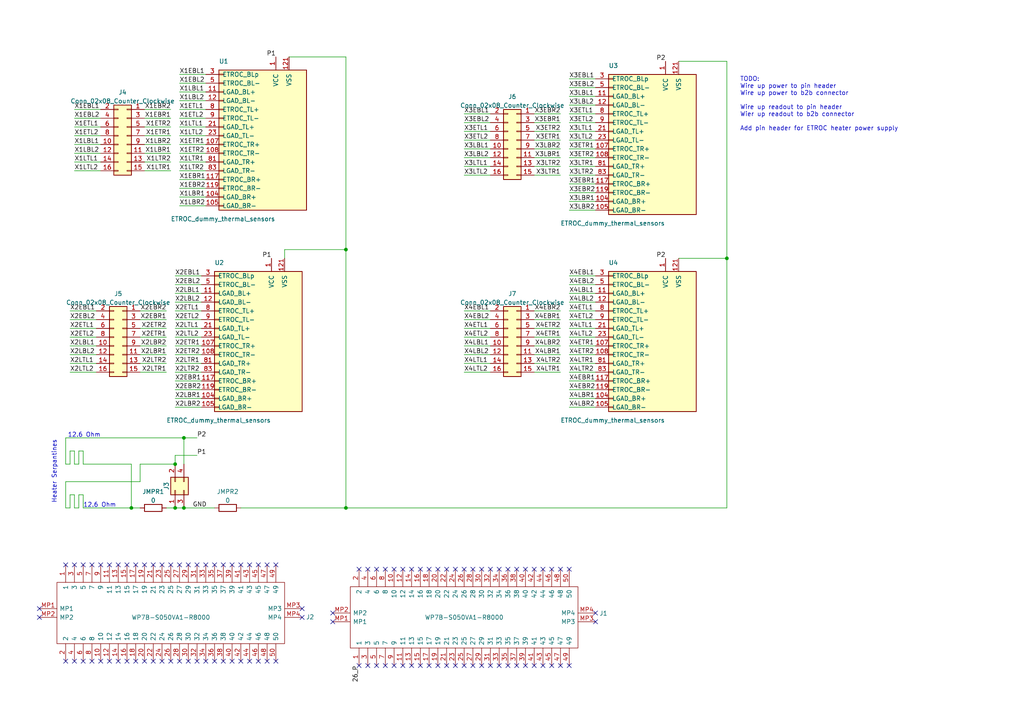
<source format=kicad_sch>
(kicad_sch (version 20211123) (generator eeschema)
  (paper "A4")
  (lib_symbols
    (symbol "Connector_Generic:Conn_02x02_Odd_Even" (pin_names (offset 1.016) hide)
      (property "Reference" "J" (at 1.27 2.54 0))
      (property "Value" "Conn_02x02_Odd_Even" (at 1.27 -5.08 0))
      (symbol "Conn_02x02_Odd_Even_1_1"
        (rectangle (start -1.27 -2.413) (end 0 -2.667) (stroke (width 0.1524)))
        (rectangle (start -1.27 0.127) (end 0 -0.127) (stroke (width 0.1524)))
        (rectangle (start -1.27 1.27) (end 3.81 -3.81) (stroke (width 0.254)) (fill (type background)))
        (rectangle (start 3.81 -2.413) (end 2.54 -2.667) (stroke (width 0.1524)))
        (rectangle (start 3.81 0.127) (end 2.54 -0.127) (stroke (width 0.1524)))
        (pin passive line (at -5.08 0 0) (length 3.81) (name "Pin_1") (number "1"))
        (pin passive line (at 7.62 0 180) (length 3.81) (name "Pin_2") (number "2"))
        (pin passive line (at -5.08 -2.54 0) (length 3.81) (name "Pin_3") (number "3"))
        (pin passive line (at 7.62 -2.54 180) (length 3.81) (name "Pin_4") (number "4"))
      )
    )
    (symbol "Connector_Generic:Conn_02x08_Odd_Even" (pin_names (offset 1.016) hide)
      (property "Reference" "J" (at 1.27 10.16 0))
      (property "Value" "Conn_02x08_Odd_Even" (at 1.27 -12.7 0))
      (symbol "Conn_02x08_Odd_Even_1_1"
        (rectangle (start -1.27 -10.033) (end 0 -10.287) (stroke (width 0.1524)))
        (rectangle (start -1.27 -7.493) (end 0 -7.747) (stroke (width 0.1524)))
        (rectangle (start -1.27 -4.953) (end 0 -5.207) (stroke (width 0.1524)))
        (rectangle (start -1.27 -2.413) (end 0 -2.667) (stroke (width 0.1524)))
        (rectangle (start -1.27 0.127) (end 0 -0.127) (stroke (width 0.1524)))
        (rectangle (start -1.27 2.667) (end 0 2.413) (stroke (width 0.1524)))
        (rectangle (start -1.27 5.207) (end 0 4.953) (stroke (width 0.1524)))
        (rectangle (start -1.27 7.747) (end 0 7.493) (stroke (width 0.1524)))
        (rectangle (start -1.27 8.89) (end 3.81 -11.43) (stroke (width 0.254)) (fill (type background)))
        (rectangle (start 3.81 -10.033) (end 2.54 -10.287) (stroke (width 0.1524)))
        (rectangle (start 3.81 -7.493) (end 2.54 -7.747) (stroke (width 0.1524)))
        (rectangle (start 3.81 -4.953) (end 2.54 -5.207) (stroke (width 0.1524)))
        (rectangle (start 3.81 -2.413) (end 2.54 -2.667) (stroke (width 0.1524)))
        (rectangle (start 3.81 0.127) (end 2.54 -0.127) (stroke (width 0.1524)))
        (rectangle (start 3.81 2.667) (end 2.54 2.413) (stroke (width 0.1524)))
        (rectangle (start 3.81 5.207) (end 2.54 4.953) (stroke (width 0.1524)))
        (rectangle (start 3.81 7.747) (end 2.54 7.493) (stroke (width 0.1524)))
        (pin passive line (at -5.08 7.62 0) (length 3.81) (name "Pin_1") (number "1"))
        (pin passive line (at 7.62 -2.54 180) (length 3.81) (name "Pin_10") (number "10"))
        (pin passive line (at -5.08 -5.08 0) (length 3.81) (name "Pin_11") (number "11"))
        (pin passive line (at 7.62 -5.08 180) (length 3.81) (name "Pin_12") (number "12"))
        (pin passive line (at -5.08 -7.62 0) (length 3.81) (name "Pin_13") (number "13"))
        (pin passive line (at 7.62 -7.62 180) (length 3.81) (name "Pin_14") (number "14"))
        (pin passive line (at -5.08 -10.16 0) (length 3.81) (name "Pin_15") (number "15"))
        (pin passive line (at 7.62 -10.16 180) (length 3.81) (name "Pin_16") (number "16"))
        (pin passive line (at 7.62 7.62 180) (length 3.81) (name "Pin_2") (number "2"))
        (pin passive line (at -5.08 5.08 0) (length 3.81) (name "Pin_3") (number "3"))
        (pin passive line (at 7.62 5.08 180) (length 3.81) (name "Pin_4") (number "4"))
        (pin passive line (at -5.08 2.54 0) (length 3.81) (name "Pin_5") (number "5"))
        (pin passive line (at 7.62 2.54 180) (length 3.81) (name "Pin_6") (number "6"))
        (pin passive line (at -5.08 0 0) (length 3.81) (name "Pin_7") (number "7"))
        (pin passive line (at 7.62 0 180) (length 3.81) (name "Pin_8") (number "8"))
        (pin passive line (at -5.08 -2.54 0) (length 3.81) (name "Pin_9") (number "9"))
      )
    )
    (symbol "Device:R" (pin_numbers hide) (pin_names (offset 0))
      (property "Reference" "R" (at 2.032 0 90))
      (property "Value" "R" (at 0 0 90))
      (symbol "R_0_1"
        (rectangle (start -1.016 -2.54) (end 1.016 2.54) (stroke (width 0.254)))
      )
      (symbol "R_1_1"
        (pin passive line (at 0 3.81 270) (length 1.27) (name "~") (number "1"))
        (pin passive line (at 0 -3.81 90) (length 1.27) (name "~") (number "2"))
      )
    )
    (symbol "ETROC_dummy_thermal_sensors_1" (pin_names (offset 1.016)) (on_board no)
      (property "Reference" "Z?" (at -1.27 20.32 0))
      (property "Value" "ETROC_dummy_thermal_sensors_1" (at -6.35 -22.86 0))
      (symbol "ETROC_dummy_thermal_sensors_1_1_1"
        (rectangle (start -1.27 -20.193) (end 0 -20.447) (stroke (width 0.1524)))
        (rectangle (start -1.27 -17.653) (end 0 -17.907) (stroke (width 0.1524)))
        (rectangle (start -1.27 -15.113) (end 0 -15.367) (stroke (width 0.1524)))
        (rectangle (start -1.27 -12.573) (end 0 -12.827) (stroke (width 0.1524)))
        (rectangle (start -1.27 -10.033) (end 0 -10.287) (stroke (width 0.1524)))
        (rectangle (start -1.27 -7.493) (end 0 -7.747) (stroke (width 0.1524)))
        (rectangle (start -1.27 -4.953) (end 0 -5.207) (stroke (width 0.1524)))
        (rectangle (start -1.27 -2.413) (end 0 -2.667) (stroke (width 0.1524)))
        (rectangle (start -1.27 0.127) (end 0 -0.127) (stroke (width 0.1524)))
        (rectangle (start -1.27 2.667) (end 0 2.413) (stroke (width 0.1524)))
        (rectangle (start -1.27 5.207) (end 0 4.953) (stroke (width 0.1524)))
        (rectangle (start -1.27 7.747) (end 0 7.493) (stroke (width 0.1524)))
        (rectangle (start -1.27 10.287) (end 0 10.033) (stroke (width 0.1524)))
        (rectangle (start -1.27 12.827) (end 0 12.573) (stroke (width 0.1524)))
        (rectangle (start -1.27 15.367) (end 0 15.113) (stroke (width 0.1524)))
        (rectangle (start -1.27 17.907) (end 0 17.653) (stroke (width 0.1524)))
        (rectangle (start -1.27 19.05) (end 24.13 -21.59) (stroke (width 0.254)) (fill (type background)))
        (pin passive line (at 15.24 22.86 270) (length 3.81) (name "VCC") (number "1"))
        (pin passive line (at -5.08 -17.78 0) (length 3.81) (name "LGAD_BR+") (number "104"))
        (pin passive line (at -5.08 -20.32 0) (length 3.81) (name "LGAD_BR-") (number "105"))
        (pin passive line (at -5.08 -2.54 0) (length 3.81) (name "ETROC_TR+") (number "107"))
        (pin passive line (at -5.08 -5.08 0) (length 3.81) (name "ETROC_TR-") (number "108"))
        (pin passive line (at -5.08 12.7 0) (length 3.81) (name "LGAD_BL+") (number "11"))
        (pin passive line (at -5.08 -12.7 0) (length 3.81) (name "ETROC_BR+") (number "117"))
        (pin passive line (at -5.08 -15.24 0) (length 3.81) (name "ETROC_BR-") (number "119"))
        (pin passive line (at -5.08 10.16 0) (length 3.81) (name "LGAD_BL-") (number "12"))
        (pin passive line (at 19.05 22.86 270) (length 3.81) (name "VSS") (number "121"))
        (pin passive line (at -5.08 2.54 0) (length 3.81) (name "LGAD_TL+") (number "21"))
        (pin passive line (at -5.08 0 0) (length 3.81) (name "LGAD_TL-") (number "23"))
        (pin input line (at -5.08 17.78 0) (length 3.81) (name "ETROC_BLp") (number "3"))
        (pin input line (at -5.08 15.24 0) (length 3.81) (name "ETROC_BL-") (number "5"))
        (pin passive line (at -5.08 7.62 0) (length 3.81) (name "ETROC_TL+") (number "8"))
        (pin passive line (at -5.08 -7.62 0) (length 3.81) (name "LGAD_TR+") (number "81"))
        (pin passive line (at -5.08 -10.16 0) (length 3.81) (name "LGAD_TR-") (number "83"))
        (pin passive line (at -5.08 5.08 0) (length 3.81) (name "ETROC_TL-") (number "9"))
      )
    )
    (symbol "ETROC_dummy_thermal_sensors_2" (pin_names (offset 1.016)) (on_board no)
      (property "Reference" "Z?" (at -1.27 20.32 0))
      (property "Value" "ETROC_dummy_thermal_sensors_2" (at -6.35 -22.86 0))
      (symbol "ETROC_dummy_thermal_sensors_2_1_1"
        (rectangle (start -1.27 -20.193) (end 0 -20.447) (stroke (width 0.1524)))
        (rectangle (start -1.27 -17.653) (end 0 -17.907) (stroke (width 0.1524)))
        (rectangle (start -1.27 -15.113) (end 0 -15.367) (stroke (width 0.1524)))
        (rectangle (start -1.27 -12.573) (end 0 -12.827) (stroke (width 0.1524)))
        (rectangle (start -1.27 -10.033) (end 0 -10.287) (stroke (width 0.1524)))
        (rectangle (start -1.27 -7.493) (end 0 -7.747) (stroke (width 0.1524)))
        (rectangle (start -1.27 -4.953) (end 0 -5.207) (stroke (width 0.1524)))
        (rectangle (start -1.27 -2.413) (end 0 -2.667) (stroke (width 0.1524)))
        (rectangle (start -1.27 0.127) (end 0 -0.127) (stroke (width 0.1524)))
        (rectangle (start -1.27 2.667) (end 0 2.413) (stroke (width 0.1524)))
        (rectangle (start -1.27 5.207) (end 0 4.953) (stroke (width 0.1524)))
        (rectangle (start -1.27 7.747) (end 0 7.493) (stroke (width 0.1524)))
        (rectangle (start -1.27 10.287) (end 0 10.033) (stroke (width 0.1524)))
        (rectangle (start -1.27 12.827) (end 0 12.573) (stroke (width 0.1524)))
        (rectangle (start -1.27 15.367) (end 0 15.113) (stroke (width 0.1524)))
        (rectangle (start -1.27 17.907) (end 0 17.653) (stroke (width 0.1524)))
        (rectangle (start -1.27 19.05) (end 24.13 -21.59) (stroke (width 0.254)) (fill (type background)))
        (pin passive line (at 15.24 22.86 270) (length 3.81) (name "VCC") (number "1"))
        (pin passive line (at -5.08 -17.78 0) (length 3.81) (name "LGAD_BR+") (number "104"))
        (pin passive line (at -5.08 -20.32 0) (length 3.81) (name "LGAD_BR-") (number "105"))
        (pin passive line (at -5.08 -2.54 0) (length 3.81) (name "ETROC_TR+") (number "107"))
        (pin passive line (at -5.08 -5.08 0) (length 3.81) (name "ETROC_TR-") (number "108"))
        (pin passive line (at -5.08 12.7 0) (length 3.81) (name "LGAD_BL+") (number "11"))
        (pin passive line (at -5.08 -12.7 0) (length 3.81) (name "ETROC_BR+") (number "117"))
        (pin passive line (at -5.08 -15.24 0) (length 3.81) (name "ETROC_BR-") (number "119"))
        (pin passive line (at -5.08 10.16 0) (length 3.81) (name "LGAD_BL-") (number "12"))
        (pin passive line (at 19.05 22.86 270) (length 3.81) (name "VSS") (number "121"))
        (pin passive line (at -5.08 2.54 0) (length 3.81) (name "LGAD_TL+") (number "21"))
        (pin passive line (at -5.08 0 0) (length 3.81) (name "LGAD_TL-") (number "23"))
        (pin input line (at -5.08 17.78 0) (length 3.81) (name "ETROC_BLp") (number "3"))
        (pin input line (at -5.08 15.24 0) (length 3.81) (name "ETROC_BL-") (number "5"))
        (pin passive line (at -5.08 7.62 0) (length 3.81) (name "ETROC_TL+") (number "8"))
        (pin passive line (at -5.08 -7.62 0) (length 3.81) (name "LGAD_TR+") (number "81"))
        (pin passive line (at -5.08 -10.16 0) (length 3.81) (name "LGAD_TR-") (number "83"))
        (pin passive line (at -5.08 5.08 0) (length 3.81) (name "ETROC_TL-") (number "9"))
      )
    )
    (symbol "ETROC_dummy_thermal_sensors_3" (pin_names (offset 1.016)) (on_board no)
      (property "Reference" "Z?" (at -1.27 20.32 0))
      (property "Value" "ETROC_dummy_thermal_sensors_3" (at -6.35 -22.86 0))
      (symbol "ETROC_dummy_thermal_sensors_3_1_1"
        (rectangle (start -1.27 -20.193) (end 0 -20.447) (stroke (width 0.1524)))
        (rectangle (start -1.27 -17.653) (end 0 -17.907) (stroke (width 0.1524)))
        (rectangle (start -1.27 -15.113) (end 0 -15.367) (stroke (width 0.1524)))
        (rectangle (start -1.27 -12.573) (end 0 -12.827) (stroke (width 0.1524)))
        (rectangle (start -1.27 -10.033) (end 0 -10.287) (stroke (width 0.1524)))
        (rectangle (start -1.27 -7.493) (end 0 -7.747) (stroke (width 0.1524)))
        (rectangle (start -1.27 -4.953) (end 0 -5.207) (stroke (width 0.1524)))
        (rectangle (start -1.27 -2.413) (end 0 -2.667) (stroke (width 0.1524)))
        (rectangle (start -1.27 0.127) (end 0 -0.127) (stroke (width 0.1524)))
        (rectangle (start -1.27 2.667) (end 0 2.413) (stroke (width 0.1524)))
        (rectangle (start -1.27 5.207) (end 0 4.953) (stroke (width 0.1524)))
        (rectangle (start -1.27 7.747) (end 0 7.493) (stroke (width 0.1524)))
        (rectangle (start -1.27 10.287) (end 0 10.033) (stroke (width 0.1524)))
        (rectangle (start -1.27 12.827) (end 0 12.573) (stroke (width 0.1524)))
        (rectangle (start -1.27 15.367) (end 0 15.113) (stroke (width 0.1524)))
        (rectangle (start -1.27 17.907) (end 0 17.653) (stroke (width 0.1524)))
        (rectangle (start -1.27 19.05) (end 24.13 -21.59) (stroke (width 0.254)) (fill (type background)))
        (pin passive line (at 15.24 22.86 270) (length 3.81) (name "VCC") (number "1"))
        (pin passive line (at -5.08 -17.78 0) (length 3.81) (name "LGAD_BR+") (number "104"))
        (pin passive line (at -5.08 -20.32 0) (length 3.81) (name "LGAD_BR-") (number "105"))
        (pin passive line (at -5.08 -2.54 0) (length 3.81) (name "ETROC_TR+") (number "107"))
        (pin passive line (at -5.08 -5.08 0) (length 3.81) (name "ETROC_TR-") (number "108"))
        (pin passive line (at -5.08 12.7 0) (length 3.81) (name "LGAD_BL+") (number "11"))
        (pin passive line (at -5.08 -12.7 0) (length 3.81) (name "ETROC_BR+") (number "117"))
        (pin passive line (at -5.08 -15.24 0) (length 3.81) (name "ETROC_BR-") (number "119"))
        (pin passive line (at -5.08 10.16 0) (length 3.81) (name "LGAD_BL-") (number "12"))
        (pin passive line (at 19.05 22.86 270) (length 3.81) (name "VSS") (number "121"))
        (pin passive line (at -5.08 2.54 0) (length 3.81) (name "LGAD_TL+") (number "21"))
        (pin passive line (at -5.08 0 0) (length 3.81) (name "LGAD_TL-") (number "23"))
        (pin input line (at -5.08 17.78 0) (length 3.81) (name "ETROC_BLp") (number "3"))
        (pin input line (at -5.08 15.24 0) (length 3.81) (name "ETROC_BL-") (number "5"))
        (pin passive line (at -5.08 7.62 0) (length 3.81) (name "ETROC_TL+") (number "8"))
        (pin passive line (at -5.08 -7.62 0) (length 3.81) (name "LGAD_TR+") (number "81"))
        (pin passive line (at -5.08 -10.16 0) (length 3.81) (name "LGAD_TR-") (number "83"))
        (pin passive line (at -5.08 5.08 0) (length 3.81) (name "ETROC_TL-") (number "9"))
      )
    )
    (symbol "SamacSys_Parts:WP7B-S050VA1-R8000" (pin_names (offset 0.762))
      (property "Reference" "J" (at 72.39 12.7 0))
      (property "Value" "WP7B-S050VA1-R8000" (at 72.39 10.16 0))
      (symbol "WP7B-S050VA1-R8000_0_0"
        (pin passive line (at 7.62 -15.24 90) (length 5.08) (name "1") (number "1"))
        (pin passive line (at 17.78 12.7 270) (length 5.08) (name "10") (number "10"))
        (pin passive line (at 20.32 -15.24 90) (length 5.08) (name "11") (number "11"))
        (pin passive line (at 20.32 12.7 270) (length 5.08) (name "12") (number "12"))
        (pin passive line (at 22.86 -15.24 90) (length 5.08) (name "13") (number "13"))
        (pin passive line (at 22.86 12.7 270) (length 5.08) (name "14") (number "14"))
        (pin passive line (at 25.4 -15.24 90) (length 5.08) (name "15") (number "15"))
        (pin passive line (at 25.4 12.7 270) (length 5.08) (name "16") (number "16"))
        (pin passive line (at 27.94 -15.24 90) (length 5.08) (name "17") (number "17"))
        (pin passive line (at 27.94 12.7 270) (length 5.08) (name "18") (number "18"))
        (pin passive line (at 30.48 -15.24 90) (length 5.08) (name "19") (number "19"))
        (pin passive line (at 7.62 12.7 270) (length 5.08) (name "2") (number "2"))
        (pin passive line (at 30.48 12.7 270) (length 5.08) (name "20") (number "20"))
        (pin passive line (at 33.02 -15.24 90) (length 5.08) (name "21") (number "21"))
        (pin passive line (at 33.02 12.7 270) (length 5.08) (name "22") (number "22"))
        (pin passive line (at 35.56 -15.24 90) (length 5.08) (name "23") (number "23"))
        (pin passive line (at 35.56 12.7 270) (length 5.08) (name "24") (number "24"))
        (pin passive line (at 38.1 -15.24 90) (length 5.08) (name "25") (number "25"))
        (pin passive line (at 38.1 12.7 270) (length 5.08) (name "26") (number "26"))
        (pin passive line (at 40.64 -15.24 90) (length 5.08) (name "27") (number "27"))
        (pin passive line (at 40.64 12.7 270) (length 5.08) (name "28") (number "28"))
        (pin passive line (at 43.18 -15.24 90) (length 5.08) (name "29") (number "29"))
        (pin passive line (at 10.16 -15.24 90) (length 5.08) (name "3") (number "3"))
        (pin passive line (at 43.18 12.7 270) (length 5.08) (name "30") (number "30"))
        (pin passive line (at 45.72 -15.24 90) (length 5.08) (name "31") (number "31"))
        (pin passive line (at 45.72 12.7 270) (length 5.08) (name "32") (number "32"))
        (pin passive line (at 48.26 -15.24 90) (length 5.08) (name "33") (number "33"))
        (pin passive line (at 48.26 12.7 270) (length 5.08) (name "34") (number "34"))
        (pin passive line (at 50.8 -15.24 90) (length 5.08) (name "35") (number "35"))
        (pin passive line (at 50.8 12.7 270) (length 5.08) (name "36") (number "36"))
        (pin passive line (at 53.34 -15.24 90) (length 5.08) (name "37") (number "37"))
        (pin passive line (at 53.34 12.7 270) (length 5.08) (name "38") (number "38"))
        (pin passive line (at 55.88 -15.24 90) (length 5.08) (name "39") (number "39"))
        (pin passive line (at 10.16 12.7 270) (length 5.08) (name "4") (number "4"))
        (pin passive line (at 55.88 12.7 270) (length 5.08) (name "40") (number "40"))
        (pin passive line (at 58.42 -15.24 90) (length 5.08) (name "41") (number "41"))
        (pin passive line (at 58.42 12.7 270) (length 5.08) (name "42") (number "42"))
        (pin passive line (at 60.96 -15.24 90) (length 5.08) (name "43") (number "43"))
        (pin passive line (at 60.96 12.7 270) (length 5.08) (name "44") (number "44"))
        (pin passive line (at 63.5 -15.24 90) (length 5.08) (name "45") (number "45"))
        (pin passive line (at 63.5 12.7 270) (length 5.08) (name "46") (number "46"))
        (pin passive line (at 66.04 -15.24 90) (length 5.08) (name "47") (number "47"))
        (pin passive line (at 66.04 12.7 270) (length 5.08) (name "48") (number "48"))
        (pin passive line (at 68.58 -15.24 90) (length 5.08) (name "49") (number "49"))
        (pin passive line (at 12.7 -15.24 90) (length 5.08) (name "5") (number "5"))
        (pin passive line (at 68.58 12.7 270) (length 5.08) (name "50") (number "50"))
        (pin passive line (at 12.7 12.7 270) (length 5.08) (name "6") (number "6"))
        (pin passive line (at 15.24 -15.24 90) (length 5.08) (name "7") (number "7"))
        (pin passive line (at 15.24 12.7 270) (length 5.08) (name "8") (number "8"))
        (pin passive line (at 17.78 -15.24 90) (length 5.08) (name "9") (number "9"))
        (pin passive line (at 0 -2.54 0) (length 5.08) (name "MP1") (number "MP1"))
        (pin passive line (at 0 0 0) (length 5.08) (name "MP2") (number "MP2"))
        (pin passive line (at 76.2 -2.54 180) (length 5.08) (name "MP3") (number "MP3"))
        (pin passive line (at 76.2 0 180) (length 5.08) (name "MP4") (number "MP4"))
      )
      (symbol "WP7B-S050VA1-R8000_0_1"
        (polyline (pts (xy 5.08 7.62) (xy 71.12 7.62) (xy 71.12 -10.16) (xy 5.08 -10.16) (xy 5.08 7.62)) (stroke (width 0.1524)))
      )
    )
    (symbol "unl_silab:ETROC_dummy_thermal_sensors" (pin_names (offset 1.016)) (on_board no)
      (property "Reference" "Z?" (at -1.27 20.32 0))
      (property "Value" "ETROC_dummy_thermal_sensors" (at -6.35 -22.86 0))
      (symbol "ETROC_dummy_thermal_sensors_1_1"
        (rectangle (start -1.27 -20.193) (end 0 -20.447) (stroke (width 0.1524)))
        (rectangle (start -1.27 -17.653) (end 0 -17.907) (stroke (width 0.1524)))
        (rectangle (start -1.27 -15.113) (end 0 -15.367) (stroke (width 0.1524)))
        (rectangle (start -1.27 -12.573) (end 0 -12.827) (stroke (width 0.1524)))
        (rectangle (start -1.27 -10.033) (end 0 -10.287) (stroke (width 0.1524)))
        (rectangle (start -1.27 -7.493) (end 0 -7.747) (stroke (width 0.1524)))
        (rectangle (start -1.27 -4.953) (end 0 -5.207) (stroke (width 0.1524)))
        (rectangle (start -1.27 -2.413) (end 0 -2.667) (stroke (width 0.1524)))
        (rectangle (start -1.27 0.127) (end 0 -0.127) (stroke (width 0.1524)))
        (rectangle (start -1.27 2.667) (end 0 2.413) (stroke (width 0.1524)))
        (rectangle (start -1.27 5.207) (end 0 4.953) (stroke (width 0.1524)))
        (rectangle (start -1.27 7.747) (end 0 7.493) (stroke (width 0.1524)))
        (rectangle (start -1.27 10.287) (end 0 10.033) (stroke (width 0.1524)))
        (rectangle (start -1.27 12.827) (end 0 12.573) (stroke (width 0.1524)))
        (rectangle (start -1.27 15.367) (end 0 15.113) (stroke (width 0.1524)))
        (rectangle (start -1.27 17.907) (end 0 17.653) (stroke (width 0.1524)))
        (rectangle (start -1.27 19.05) (end 24.13 -21.59) (stroke (width 0.254)) (fill (type background)))
        (pin passive line (at 15.24 22.86 270) (length 3.81) (name "VCC") (number "1"))
        (pin passive line (at -5.08 -17.78 0) (length 3.81) (name "LGAD_BR+") (number "104"))
        (pin passive line (at -5.08 -20.32 0) (length 3.81) (name "LGAD_BR-") (number "105"))
        (pin passive line (at -5.08 -2.54 0) (length 3.81) (name "ETROC_TR+") (number "107"))
        (pin passive line (at -5.08 -5.08 0) (length 3.81) (name "ETROC_TR-") (number "108"))
        (pin passive line (at -5.08 12.7 0) (length 3.81) (name "LGAD_BL+") (number "11"))
        (pin passive line (at -5.08 -12.7 0) (length 3.81) (name "ETROC_BR+") (number "117"))
        (pin passive line (at -5.08 -15.24 0) (length 3.81) (name "ETROC_BR-") (number "119"))
        (pin passive line (at -5.08 10.16 0) (length 3.81) (name "LGAD_BL-") (number "12"))
        (pin passive line (at 19.05 22.86 270) (length 3.81) (name "VSS") (number "121"))
        (pin passive line (at -5.08 2.54 0) (length 3.81) (name "LGAD_TL+") (number "21"))
        (pin passive line (at -5.08 0 0) (length 3.81) (name "LGAD_TL-") (number "23"))
        (pin input line (at -5.08 17.78 0) (length 3.81) (name "ETROC_BLp") (number "3"))
        (pin input line (at -5.08 15.24 0) (length 3.81) (name "ETROC_BL-") (number "5"))
        (pin passive line (at -5.08 7.62 0) (length 3.81) (name "ETROC_TL+") (number "8"))
        (pin passive line (at -5.08 -7.62 0) (length 3.81) (name "LGAD_TR+") (number "81"))
        (pin passive line (at -5.08 -10.16 0) (length 3.81) (name "LGAD_TR-") (number "83"))
        (pin passive line (at -5.08 5.08 0) (length 3.81) (name "ETROC_TL-") (number "9"))
      )
    )
  )
  (junction (at 53.34 147.32))
  (junction (at 38.1 147.32))
  (junction (at 210.82 74.93))
  (junction (at 53.34 127))
  (junction (at 100.33 147.32))
  (junction (at 50.8 134.62))
  (junction (at 100.33 72.39))
  (junction (at 50.8 147.32))
  (no_connect (at 39.37 163.83))
  (no_connect (at 41.91 163.83))
  (no_connect (at 36.83 163.83))
  (no_connect (at 121.92 165.1))
  (no_connect (at 147.32 165.1))
  (no_connect (at 109.22 193.04))
  (no_connect (at 137.16 165.1))
  (no_connect (at 64.77 191.77))
  (no_connect (at 57.15 191.77))
  (no_connect (at 165.1 193.04))
  (no_connect (at 11.43 176.53))
  (no_connect (at 39.37 191.77))
  (no_connect (at 21.59 191.77))
  (no_connect (at 139.7 193.04))
  (no_connect (at 49.53 191.77))
  (no_connect (at 52.07 191.77))
  (no_connect (at 26.67 163.83))
  (no_connect (at 154.94 165.1))
  (no_connect (at 77.47 191.77))
  (no_connect (at 72.39 191.77))
  (no_connect (at 96.52 180.34))
  (no_connect (at 49.53 163.83))
  (no_connect (at 157.48 165.1))
  (no_connect (at 111.76 193.04))
  (no_connect (at 106.68 193.04))
  (no_connect (at 149.86 165.1))
  (no_connect (at 41.91 191.77))
  (no_connect (at 160.02 193.04))
  (no_connect (at 19.05 191.77))
  (no_connect (at 154.94 193.04))
  (no_connect (at 21.59 163.83))
  (no_connect (at 124.46 165.1))
  (no_connect (at 54.61 163.83))
  (no_connect (at 62.23 163.83))
  (no_connect (at 24.13 191.77))
  (no_connect (at 162.56 193.04))
  (no_connect (at 46.99 163.83))
  (no_connect (at 29.21 163.83))
  (no_connect (at 74.93 163.83))
  (no_connect (at 149.86 193.04))
  (no_connect (at 31.75 191.77))
  (no_connect (at 29.21 191.77))
  (no_connect (at 142.24 193.04))
  (no_connect (at 119.38 165.1))
  (no_connect (at 64.77 163.83))
  (no_connect (at 116.84 193.04))
  (no_connect (at 127 193.04))
  (no_connect (at 80.01 163.83))
  (no_connect (at 137.16 193.04))
  (no_connect (at 144.78 165.1))
  (no_connect (at 152.4 165.1))
  (no_connect (at 134.62 165.1))
  (no_connect (at 80.01 191.77))
  (no_connect (at 114.3 165.1))
  (no_connect (at 46.99 191.77))
  (no_connect (at 121.92 193.04))
  (no_connect (at 34.29 191.77))
  (no_connect (at 172.72 180.34))
  (no_connect (at 129.54 165.1))
  (no_connect (at 132.08 193.04))
  (no_connect (at 96.52 177.8))
  (no_connect (at 69.85 191.77))
  (no_connect (at 24.13 163.83))
  (no_connect (at 31.75 163.83))
  (no_connect (at 134.62 193.04))
  (no_connect (at 116.84 165.1))
  (no_connect (at 165.1 165.1))
  (no_connect (at 162.56 165.1))
  (no_connect (at 34.29 163.83))
  (no_connect (at 44.45 163.83))
  (no_connect (at 67.31 163.83))
  (no_connect (at 142.24 165.1))
  (no_connect (at 111.76 165.1))
  (no_connect (at 52.07 163.83))
  (no_connect (at 124.46 193.04))
  (no_connect (at 106.68 165.1))
  (no_connect (at 144.78 193.04))
  (no_connect (at 139.7 165.1))
  (no_connect (at 11.43 179.07))
  (no_connect (at 119.38 193.04))
  (no_connect (at 72.39 163.83))
  (no_connect (at 67.31 191.77))
  (no_connect (at 172.72 177.8))
  (no_connect (at 62.23 191.77))
  (no_connect (at 44.45 191.77))
  (no_connect (at 19.05 163.83))
  (no_connect (at 36.83 191.77))
  (no_connect (at 147.32 193.04))
  (no_connect (at 157.48 193.04))
  (no_connect (at 59.69 191.77))
  (no_connect (at 77.47 163.83))
  (no_connect (at 69.85 163.83))
  (no_connect (at 109.22 165.1))
  (no_connect (at 57.15 163.83))
  (no_connect (at 87.63 176.53))
  (no_connect (at 160.02 165.1))
  (no_connect (at 26.67 191.77))
  (no_connect (at 54.61 191.77))
  (no_connect (at 74.93 191.77))
  (no_connect (at 104.14 193.04))
  (no_connect (at 104.14 165.1))
  (no_connect (at 152.4 193.04))
  (no_connect (at 59.69 163.83))
  (no_connect (at 129.54 193.04))
  (no_connect (at 87.63 179.07))
  (no_connect (at 127 165.1))
  (no_connect (at 114.3 193.04))
  (no_connect (at 132.08 165.1))
  (wire (pts (xy 154.94 50.8) (xy 162.56 50.8)))
  (wire (pts (xy 50.8 92.71) (xy 58.42 92.71)))
  (wire (pts (xy 21.59 41.91) (xy 29.21 41.91)))
  (wire (pts (xy 53.34 147.32) (xy 62.23 147.32)))
  (wire (pts (xy 134.62 92.71) (xy 142.24 92.71)))
  (wire (pts (xy 165.1 92.71) (xy 172.72 92.71)))
  (wire (pts (xy 24.13 134.62) (xy 24.13 130.81)))
  (wire (pts (xy 50.8 82.55) (xy 58.42 82.55)))
  (wire (pts (xy 21.59 134.62) (xy 21.59 130.81)))
  (wire (pts (xy 41.91 46.99) (xy 49.53 46.99)))
  (wire (pts (xy 52.07 59.69) (xy 59.69 59.69)))
  (wire (pts (xy 21.59 134.62) (xy 22.86 134.62)))
  (wire (pts (xy 154.94 92.71) (xy 162.56 92.71)))
  (wire (pts (xy 165.1 90.17) (xy 172.72 90.17)))
  (wire (pts (xy 154.94 100.33) (xy 162.56 100.33)))
  (wire (pts (xy 52.07 21.59) (xy 59.69 21.59)))
  (wire (pts (xy 165.1 30.48) (xy 172.72 30.48)))
  (wire (pts (xy 21.59 46.99) (xy 29.21 46.99)))
  (wire (pts (xy 50.8 95.25) (xy 58.42 95.25)))
  (wire (pts (xy 165.1 22.86) (xy 172.72 22.86)))
  (wire (pts (xy 82.55 74.93) (xy 82.55 72.39)))
  (wire (pts (xy 40.64 97.79) (xy 48.26 97.79)))
  (wire (pts (xy 100.33 147.32) (xy 69.85 147.32)))
  (wire (pts (xy 20.32 95.25) (xy 27.94 95.25)))
  (wire (pts (xy 40.64 102.87) (xy 48.26 102.87)))
  (wire (pts (xy 154.94 48.26) (xy 162.56 48.26)))
  (wire (pts (xy 40.64 107.95) (xy 48.26 107.95)))
  (wire (pts (xy 24.13 143.51) (xy 22.86 143.51)))
  (wire (pts (xy 165.1 87.63) (xy 172.72 87.63)))
  (wire (pts (xy 24.13 147.32) (xy 24.13 143.51)))
  (wire (pts (xy 52.07 39.37) (xy 59.69 39.37)))
  (wire (pts (xy 100.33 16.51) (xy 100.33 72.39)))
  (wire (pts (xy 41.91 44.45) (xy 49.53 44.45)))
  (wire (pts (xy 50.8 115.57) (xy 58.42 115.57)))
  (wire (pts (xy 154.94 35.56) (xy 162.56 35.56)))
  (wire (pts (xy 40.64 139.7) (xy 40.64 134.62)))
  (wire (pts (xy 154.94 97.79) (xy 162.56 97.79)))
  (wire (pts (xy 21.59 143.51) (xy 20.32 143.51)))
  (wire (pts (xy 154.94 38.1) (xy 162.56 38.1)))
  (wire (pts (xy 165.1 55.88) (xy 172.72 55.88)))
  (wire (pts (xy 41.91 36.83) (xy 49.53 36.83)))
  (wire (pts (xy 41.91 39.37) (xy 49.53 39.37)))
  (wire (pts (xy 165.1 80.01) (xy 172.72 80.01)))
  (wire (pts (xy 41.91 31.75) (xy 49.53 31.75)))
  (wire (pts (xy 165.1 25.4) (xy 172.72 25.4)))
  (wire (pts (xy 52.07 36.83) (xy 59.69 36.83)))
  (wire (pts (xy 165.1 53.34) (xy 172.72 53.34)))
  (wire (pts (xy 21.59 39.37) (xy 29.21 39.37)))
  (wire (pts (xy 165.1 102.87) (xy 172.72 102.87)))
  (wire (pts (xy 52.07 34.29) (xy 59.69 34.29)))
  (wire (pts (xy 20.32 90.17) (xy 27.94 90.17)))
  (wire (pts (xy 20.32 100.33) (xy 27.94 100.33)))
  (wire (pts (xy 20.32 92.71) (xy 27.94 92.71)))
  (wire (pts (xy 50.8 100.33) (xy 58.42 100.33)))
  (wire (pts (xy 22.86 130.81) (xy 22.86 134.62)))
  (wire (pts (xy 50.8 110.49) (xy 58.42 110.49)))
  (wire (pts (xy 165.1 105.41) (xy 172.72 105.41)))
  (wire (pts (xy 20.32 105.41) (xy 27.94 105.41)))
  (wire (pts (xy 165.1 38.1) (xy 172.72 38.1)))
  (wire (pts (xy 50.8 134.62) (xy 50.8 132.08)))
  (wire (pts (xy 134.62 95.25) (xy 142.24 95.25)))
  (wire (pts (xy 53.34 127) (xy 57.15 127)))
  (wire (pts (xy 20.32 130.81) (xy 20.32 134.62)))
  (wire (pts (xy 52.07 29.21) (xy 59.69 29.21)))
  (wire (pts (xy 165.1 95.25) (xy 172.72 95.25)))
  (wire (pts (xy 165.1 58.42) (xy 172.72 58.42)))
  (wire (pts (xy 50.8 102.87) (xy 58.42 102.87)))
  (wire (pts (xy 210.82 17.78) (xy 210.82 74.93)))
  (wire (pts (xy 134.62 40.64) (xy 142.24 40.64)))
  (wire (pts (xy 134.62 38.1) (xy 142.24 38.1)))
  (wire (pts (xy 50.8 105.41) (xy 58.42 105.41)))
  (wire (pts (xy 165.1 60.96) (xy 172.72 60.96)))
  (wire (pts (xy 165.1 107.95) (xy 172.72 107.95)))
  (wire (pts (xy 165.1 97.79) (xy 172.72 97.79)))
  (wire (pts (xy 19.05 139.7) (xy 40.64 139.7)))
  (wire (pts (xy 41.91 34.29) (xy 49.53 34.29)))
  (wire (pts (xy 165.1 82.55) (xy 172.72 82.55)))
  (wire (pts (xy 52.07 26.67) (xy 59.69 26.67)))
  (wire (pts (xy 21.59 130.81) (xy 20.32 130.81)))
  (wire (pts (xy 19.05 147.32) (xy 19.05 139.7)))
  (wire (pts (xy 154.94 43.18) (xy 162.56 43.18)))
  (wire (pts (xy 134.62 33.02) (xy 142.24 33.02)))
  (wire (pts (xy 165.1 40.64) (xy 172.72 40.64)))
  (wire (pts (xy 134.62 107.95) (xy 142.24 107.95)))
  (wire (pts (xy 165.1 115.57) (xy 172.72 115.57)))
  (wire (pts (xy 52.07 44.45) (xy 59.69 44.45)))
  (wire (pts (xy 134.62 43.18) (xy 142.24 43.18)))
  (wire (pts (xy 154.94 107.95) (xy 162.56 107.95)))
  (wire (pts (xy 21.59 36.83) (xy 29.21 36.83)))
  (wire (pts (xy 50.8 80.01) (xy 58.42 80.01)))
  (wire (pts (xy 165.1 27.94) (xy 172.72 27.94)))
  (wire (pts (xy 165.1 33.02) (xy 172.72 33.02)))
  (wire (pts (xy 20.32 102.87) (xy 27.94 102.87)))
  (wire (pts (xy 196.85 17.78) (xy 210.82 17.78)))
  (wire (pts (xy 40.64 100.33) (xy 48.26 100.33)))
  (wire (pts (xy 165.1 85.09) (xy 172.72 85.09)))
  (wire (pts (xy 134.62 50.8) (xy 142.24 50.8)))
  (wire (pts (xy 41.91 49.53) (xy 49.53 49.53)))
  (wire (pts (xy 165.1 35.56) (xy 172.72 35.56)))
  (wire (pts (xy 21.59 44.45) (xy 29.21 44.45)))
  (wire (pts (xy 52.07 57.15) (xy 59.69 57.15)))
  (wire (pts (xy 154.94 95.25) (xy 162.56 95.25)))
  (wire (pts (xy 52.07 52.07) (xy 59.69 52.07)))
  (wire (pts (xy 165.1 110.49) (xy 172.72 110.49)))
  (wire (pts (xy 196.85 74.93) (xy 210.82 74.93)))
  (wire (pts (xy 154.94 90.17) (xy 162.56 90.17)))
  (wire (pts (xy 19.05 127) (xy 53.34 127)))
  (wire (pts (xy 165.1 43.18) (xy 172.72 43.18)))
  (wire (pts (xy 134.62 105.41) (xy 142.24 105.41)))
  (wire (pts (xy 24.13 147.32) (xy 38.1 147.32)))
  (wire (pts (xy 52.07 24.13) (xy 59.69 24.13)))
  (wire (pts (xy 210.82 147.32) (xy 100.33 147.32)))
  (wire (pts (xy 52.07 49.53) (xy 59.69 49.53)))
  (wire (pts (xy 20.32 143.51) (xy 20.32 147.32)))
  (wire (pts (xy 21.59 49.53) (xy 29.21 49.53)))
  (wire (pts (xy 38.1 134.62) (xy 38.1 147.32)))
  (wire (pts (xy 50.8 90.17) (xy 58.42 90.17)))
  (wire (pts (xy 20.32 147.32) (xy 19.05 147.32)))
  (wire (pts (xy 40.64 95.25) (xy 48.26 95.25)))
  (wire (pts (xy 154.94 33.02) (xy 162.56 33.02)))
  (wire (pts (xy 21.59 147.32) (xy 21.59 143.51)))
  (wire (pts (xy 24.13 130.81) (xy 22.86 130.81)))
  (wire (pts (xy 20.32 107.95) (xy 27.94 107.95)))
  (wire (pts (xy 21.59 31.75) (xy 29.21 31.75)))
  (wire (pts (xy 41.91 41.91) (xy 49.53 41.91)))
  (wire (pts (xy 50.8 118.11) (xy 58.42 118.11)))
  (wire (pts (xy 50.8 147.32) (xy 53.34 147.32)))
  (wire (pts (xy 210.82 74.93) (xy 210.82 147.32)))
  (wire (pts (xy 50.8 97.79) (xy 58.42 97.79)))
  (wire (pts (xy 154.94 105.41) (xy 162.56 105.41)))
  (wire (pts (xy 40.64 134.62) (xy 50.8 134.62)))
  (wire (pts (xy 52.07 54.61) (xy 59.69 54.61)))
  (wire (pts (xy 82.55 72.39) (xy 100.33 72.39)))
  (wire (pts (xy 21.59 34.29) (xy 29.21 34.29)))
  (wire (pts (xy 20.32 97.79) (xy 27.94 97.79)))
  (wire (pts (xy 154.94 102.87) (xy 162.56 102.87)))
  (wire (pts (xy 50.8 132.08) (xy 57.15 132.08)))
  (wire (pts (xy 165.1 48.26) (xy 172.72 48.26)))
  (wire (pts (xy 48.26 147.32) (xy 50.8 147.32)))
  (wire (pts (xy 134.62 48.26) (xy 142.24 48.26)))
  (wire (pts (xy 165.1 50.8) (xy 172.72 50.8)))
  (wire (pts (xy 165.1 100.33) (xy 172.72 100.33)))
  (wire (pts (xy 52.07 31.75) (xy 59.69 31.75)))
  (wire (pts (xy 50.8 85.09) (xy 58.42 85.09)))
  (wire (pts (xy 38.1 147.32) (xy 40.64 147.32)))
  (wire (pts (xy 50.8 107.95) (xy 58.42 107.95)))
  (wire (pts (xy 154.94 40.64) (xy 162.56 40.64)))
  (wire (pts (xy 24.13 134.62) (xy 38.1 134.62)))
  (wire (pts (xy 165.1 45.72) (xy 172.72 45.72)))
  (wire (pts (xy 50.8 113.03) (xy 58.42 113.03)))
  (wire (pts (xy 22.86 143.51) (xy 22.86 147.32)))
  (wire (pts (xy 53.34 127) (xy 53.34 134.62)))
  (wire (pts (xy 134.62 97.79) (xy 142.24 97.79)))
  (wire (pts (xy 134.62 45.72) (xy 142.24 45.72)))
  (wire (pts (xy 165.1 118.11) (xy 172.72 118.11)))
  (wire (pts (xy 52.07 46.99) (xy 59.69 46.99)))
  (wire (pts (xy 50.8 87.63) (xy 58.42 87.63)))
  (wire (pts (xy 154.94 45.72) (xy 162.56 45.72)))
  (wire (pts (xy 22.86 147.32) (xy 21.59 147.32)))
  (wire (pts (xy 19.05 134.62) (xy 20.32 134.62)))
  (wire (pts (xy 19.05 134.62) (xy 19.05 127)))
  (wire (pts (xy 52.07 41.91) (xy 59.69 41.91)))
  (wire (pts (xy 134.62 35.56) (xy 142.24 35.56)))
  (wire (pts (xy 100.33 72.39) (xy 100.33 147.32)))
  (wire (pts (xy 165.1 113.03) (xy 172.72 113.03)))
  (wire (pts (xy 40.64 105.41) (xy 48.26 105.41)))
  (wire (pts (xy 134.62 90.17) (xy 142.24 90.17)))
  (wire (pts (xy 40.64 92.71) (xy 48.26 92.71)))
  (wire (pts (xy 134.62 102.87) (xy 142.24 102.87)))
  (wire (pts (xy 134.62 100.33) (xy 142.24 100.33)))
  (wire (pts (xy 83.82 16.51) (xy 100.33 16.51)))
  (wire (pts (xy 40.64 90.17) (xy 48.26 90.17)))
  (text "Heater Serpantines" (at 16.51 146.05 90) (effects (font (size 1.27 1.27)) (justify left bottom)))
  (text "12.6 Ohm" (at 29.21 127 180) (effects (font (size 1.27 1.27)) (justify right bottom)))
  (text "12.6 Ohm" (at 24.13 147.32 0) (effects (font (size 1.27 1.27)) (justify left bottom)))
  (text "TODO: \nWire up power to pin header\nWire up power to b2b connector\n\nWire up readout to pin header\nWier up readout to b2b connector\n\nAdd pin header for ETROC heater power supply" (at 214.63 38.1 0) (effects (font (size 1.27 1.27)) (justify left bottom)))
  (label "X3ETL2" (at 134.62 40.64 0))
  (label "P1" (at 80.01 16.51 180))
  (label "X2LBL2" (at 20.32 102.87 0))
  (label "X2LTR1" (at 50.8 105.41 0))
  (label "X2EBR1" (at 48.26 92.71 180))
  (label "X1ETL1" (at 52.07 31.75 0))
  (label "X1LBR1" (at 49.53 44.45 180))
  (label "P1" (at 78.74 74.93 180))
  (label "X2LBR2" (at 48.26 100.33 180))
  (label "X2LTR2" (at 48.26 105.41 180))
  (label "X3EBR1" (at 162.56 35.56 180))
  (label "GND" (at 55.88 147.32 0))
  (label "X2LBR1" (at 50.8 115.57 0))
  (label "X3LBR2" (at 162.56 43.18 180))
  (label "X2EBL1" (at 50.8 80.01 0))
  (label "X3EBL2" (at 165.1 25.4 0))
  (label "X1EBL1" (at 21.59 31.75 0))
  (label "X2LTL1" (at 50.8 95.25 0))
  (label "X3LBL1" (at 134.62 43.18 0))
  (label "X2LTL2" (at 20.32 107.95 0))
  (label "X4LTR1" (at 162.56 107.95 180))
  (label "X3LBL2" (at 165.1 30.48 0))
  (label "X3LBR1" (at 165.1 58.42 0))
  (label "X2EBR2" (at 48.26 90.17 180))
  (label "X1LBR2" (at 49.53 41.91 180))
  (label "X2EBL2" (at 50.8 82.55 0))
  (label "P1" (at 57.15 132.08 0))
  (label "X2ETR2" (at 48.26 95.25 180))
  (label "X4EBR2" (at 165.1 113.03 0))
  (label "X2ETR2" (at 50.8 102.87 0))
  (label "X4LTL2" (at 165.1 97.79 0))
  (label "X1EBR1" (at 52.07 52.07 0))
  (label "X2ETL1" (at 20.32 95.25 0))
  (label "X2LTL1" (at 20.32 105.41 0))
  (label "X2EBR2" (at 50.8 113.03 0))
  (label "X4EBL2" (at 165.1 82.55 0))
  (label "X3LBR2" (at 165.1 60.96 0))
  (label "X4LBR2" (at 165.1 118.11 0))
  (label "X1LTR2" (at 52.07 49.53 0))
  (label "X3LTL1" (at 134.62 48.26 0))
  (label "P2" (at 57.15 127 0))
  (label "X4LBR1" (at 162.56 102.87 180))
  (label "X4LTL1" (at 165.1 95.25 0))
  (label "X3EBR2" (at 165.1 55.88 0))
  (label "X1LTR1" (at 49.53 49.53 180))
  (label "X1ETL1" (at 21.59 36.83 0))
  (label "X1LTL2" (at 52.07 39.37 0))
  (label "X1LTL2" (at 21.59 49.53 0))
  (label "X1ETL2" (at 21.59 39.37 0))
  (label "X2EBL1" (at 20.32 90.17 0))
  (label "X4ETR2" (at 162.56 95.25 180))
  (label "X2LBL1" (at 50.8 85.09 0))
  (label "X2LTL2" (at 50.8 97.79 0))
  (label "X2LTR1" (at 48.26 107.95 180))
  (label "X4LTL2" (at 134.62 107.95 0))
  (label "X1ETR1" (at 52.07 41.91 0))
  (label "X4LTL1" (at 134.62 105.41 0))
  (label "P2" (at 193.04 74.93 180))
  (label "X4LBL1" (at 134.62 100.33 0))
  (label "X1EBR2" (at 52.07 54.61 0))
  (label "X4EBL2" (at 134.62 92.71 0))
  (label "X1LBR2" (at 52.07 59.69 0))
  (label "X4LBR2" (at 162.56 100.33 180))
  (label "X3EBL2" (at 134.62 35.56 0))
  (label "X1LTL1" (at 52.07 36.83 0))
  (label "X1LTR1" (at 52.07 46.99 0))
  (label "X3LTL2" (at 134.62 50.8 0))
  (label "X3ETR1" (at 165.1 43.18 0))
  (label "X4ETL1" (at 165.1 90.17 0))
  (label "P2" (at 193.04 17.78 180))
  (label "X3LTR1" (at 165.1 48.26 0))
  (label "X1LBR1" (at 52.07 57.15 0))
  (label "X4EBL1" (at 165.1 80.01 0))
  (label "X4LBL1" (at 165.1 85.09 0))
  (label "X1LBL1" (at 21.59 41.91 0))
  (label "X3LTL1" (at 165.1 38.1 0))
  (label "26_P" (at 104.14 193.04 270))
  (label "X2LBL1" (at 20.32 100.33 0))
  (label "X2EBR1" (at 50.8 110.49 0))
  (label "X3LTR2" (at 162.56 48.26 180))
  (label "X1EBR2" (at 49.53 31.75 180))
  (label "X3ETL1" (at 134.62 38.1 0))
  (label "X1LTL1" (at 21.59 46.99 0))
  (label "X4EBR2" (at 162.56 90.17 180))
  (label "X1EBL1" (at 52.07 21.59 0))
  (label "X3ETL1" (at 165.1 33.02 0))
  (label "X1ETR2" (at 49.53 36.83 180))
  (label "X2ETL1" (at 50.8 90.17 0))
  (label "X1LTR2" (at 49.53 46.99 180))
  (label "X3ETL2" (at 165.1 35.56 0))
  (label "X2LTR2" (at 50.8 107.95 0))
  (label "X3LBL2" (at 134.62 45.72 0))
  (label "X2LBR1" (at 48.26 102.87 180))
  (label "X3ETR1" (at 162.56 40.64 180))
  (label "X4ETR1" (at 165.1 100.33 0))
  (label "X3LBR1" (at 162.56 45.72 180))
  (label "X1EBR1" (at 49.53 34.29 180))
  (label "X1ETR2" (at 52.07 44.45 0))
  (label "X1EBL2" (at 21.59 34.29 0))
  (label "X2ETL2" (at 20.32 97.79 0))
  (label "X2EBL2" (at 20.32 92.71 0))
  (label "X3EBL1" (at 165.1 22.86 0))
  (label "X1ETR1" (at 49.53 39.37 180))
  (label "X3ETR2" (at 165.1 45.72 0))
  (label "X4ETL1" (at 134.62 95.25 0))
  (label "X4LTR2" (at 162.56 105.41 180))
  (label "X4LBL2" (at 165.1 87.63 0))
  (label "X4ETL2" (at 165.1 92.71 0))
  (label "X3LTR1" (at 162.56 50.8 180))
  (label "X4ETR1" (at 162.56 97.79 180))
  (label "X2ETL2" (at 50.8 92.71 0))
  (label "X2ETR1" (at 50.8 100.33 0))
  (label "X3EBL1" (at 134.62 33.02 0))
  (label "X3LTL2" (at 165.1 40.64 0))
  (label "X3LTR2" (at 165.1 50.8 0))
  (label "X4LTR2" (at 165.1 107.95 0))
  (label "X1LBL2" (at 52.07 29.21 0))
  (label "X4EBR1" (at 165.1 110.49 0))
  (label "X2LBR2" (at 50.8 118.11 0))
  (label "X4LTR1" (at 165.1 105.41 0))
  (label "X4EBR1" (at 162.56 92.71 180))
  (label "X3ETR2" (at 162.56 38.1 180))
  (label "X3EBR1" (at 165.1 53.34 0))
  (label "X4ETL2" (at 134.62 97.79 0))
  (label "X4EBL1" (at 134.62 90.17 0))
  (label "X1ETL2" (at 52.07 34.29 0))
  (label "X1EBL2" (at 52.07 24.13 0))
  (label "X4LBR1" (at 165.1 115.57 0))
  (label "X4LBL2" (at 134.62 102.87 0))
  (label "X3LBL1" (at 165.1 27.94 0))
  (label "X2ETR1" (at 48.26 97.79 180))
  (label "X4ETR2" (at 165.1 102.87 0))
  (label "X1LBL1" (at 52.07 26.67 0))
  (label "X3EBR2" (at 162.56 33.02 180))
  (label "X1LBL2" (at 21.59 44.45 0))
  (label "X2LBL2" (at 50.8 87.63 0))
  (symbol (lib_id "SamacSys_Parts:WP7B-S050VA1-R8000") (at 96.52 177.8 0) (unit 1)
    (property "Reference" "J1" (at 173.8376 177.9016 0) (effects (justify left)))
    (property "Value" "WP7B-S050VA1-R8000" (at 123.19 179.07 0) (effects (justify left)))
    (property "Footprint" "SamacSys_Parts:WP7BS050VA1R8000" (effects hide))
    (property "Datasheet" "https://www.jae.com/z-en/product_en.cfm?l_code=EN&series_code=WP7&product_number=WP7B-S050VA1-R8000" (effects hide))
    (property "Description" "CONN RCPT 0.4MM 50POS DUAL SMD" (effects hide))
    (property "Height" "0.8" (effects hide))
    (property "Mouser Part Number" "656-WP7B-S050VA1-R8K" (effects hide))
    (property "Mouser Price/Stock" "https://www.mouser.co.uk/ProductDetail/JAE-Electronics/WP7B-S050VA1-R8000?qs=chTDxNqvsylQulbIE7NGhA%3D%3D" (effects hide))
    (property "Manufacturer_Name" "JAE Electronics" (effects hide))
    (property "Manufacturer_Part_Number" "WP7B-S050VA1-R8000" (effects hide))
  )
  (symbol (lib_id "SamacSys_Parts:WP7B-S050VA1-R8000") (at 11.43 179.07 0) (mirror x) (unit 1)
    (property "Reference" "J2" (at 88.7476 178.9684 0) (effects (justify left)))
    (property "Value" "WP7B-S050VA1-R8000" (at 38.1 179.07 0) (effects (justify left)))
    (property "Footprint" "SamacSys_Parts:WP7BS050VA1R8000" (effects hide))
    (property "Datasheet" "https://www.jae.com/z-en/product_en.cfm?l_code=EN&series_code=WP7&product_number=WP7B-S050VA1-R8000" (effects hide))
    (property "Description" "CONN RCPT 0.4MM 50POS DUAL SMD" (effects hide))
    (property "Height" "0.8" (effects hide))
    (property "Mouser Part Number" "656-WP7B-S050VA1-R8K" (effects hide))
    (property "Mouser Price/Stock" "https://www.mouser.co.uk/ProductDetail/JAE-Electronics/WP7B-S050VA1-R8000?qs=chTDxNqvsylQulbIE7NGhA%3D%3D" (effects hide))
    (property "Manufacturer_Name" "JAE Electronics" (effects hide))
    (property "Manufacturer_Part_Number" "WP7B-S050VA1-R8000" (effects hide))
  )
  (symbol (lib_id "unl_silab:ETROC_dummy_thermal_sensors") (at 177.8 40.64 0) (unit 1)
    (property "Reference" "U3" (at 176.53 19.05 0) (effects (justify left)))
    (property "Value" "ETROC_dummy_thermal_sensors" (at 162.56 64.77 0) (effects (justify left)))
    (property "Footprint" "unl_silab:PCB_ETROC2_dummy" (effects hide))
  )
  (symbol (lib_id "Connector_Generic:Conn_02x08_Odd_Even") (at 35.56 97.79 0) (mirror y) (unit 1)
    (property "Reference" "J5" (at 34.29 85.2002 0))
    (property "Value" "Conn_02x08_Counter_Clockwise" (at 34.29 87.7371 0))
    (property "Footprint" "Connector_PinHeader_1.27mm:PinHeader_2x08_P1.27mm_Vertical_SMD" (effects hide))
  )
  (symbol (lib_id "Connector_Generic:Conn_02x02_Odd_Even") (at 50.8 142.24 90) (unit 1)
    (property "Reference" "J3" (at 48.26 140.97 0))
    (property "Value" "Conn_02x02_Odd_Even" (effects hide))
    (property "Footprint" "Connector_PinHeader_2.54mm:PinHeader_2x02_P2.54mm_Vertical_SMD" (effects hide))
  )
  (symbol (lib_name "ETROC_dummy_thermal_sensors_3") (lib_id "unl_silab:ETROC_dummy_thermal_sensors") (at 63.5 97.79 0) (unit 1)
    (property "Reference" "U2" (at 62.23 76.2 0) (effects (justify left)))
    (property "Value" "ETROC_dummy_thermal_sensors" (at 48.26 121.92 0) (effects (justify left)))
    (property "Footprint" "unl_silab:PCB_ETROC2_dummy" (effects hide))
  )
  (symbol (lib_name "ETROC_dummy_thermal_sensors_2") (lib_id "unl_silab:ETROC_dummy_thermal_sensors") (at 177.8 97.79 0) (unit 1)
    (property "Reference" "U4" (at 176.53 76.2 0) (effects (justify left)))
    (property "Value" "ETROC_dummy_thermal_sensors" (at 162.56 121.92 0) (effects (justify left)))
    (property "Footprint" "unl_silab:PCB_ETROC2_dummy" (effects hide))
  )
  (symbol (lib_id "Connector_Generic:Conn_02x08_Odd_Even") (at 36.83 39.37 0) (mirror y) (unit 1)
    (property "Reference" "J4" (at 35.56 26.7802 0))
    (property "Value" "Conn_02x08_Counter_Clockwise" (at 35.56 29.3171 0))
    (property "Footprint" "Connector_PinHeader_1.27mm:PinHeader_2x08_P1.27mm_Vertical_SMD" (effects hide))
  )
  (symbol (lib_id "Device:R") (at 44.45 147.32 90) (unit 1)
    (property "Reference" "JMPR1" (at 44.45 142.6042 90))
    (property "Value" "0" (at 44.45 145.1411 90))
    (property "Footprint" "Resistor_SMD:R_0805_2012Metric_Pad1.20x1.40mm_HandSolder" (effects hide))
  )
  (symbol (lib_id "Device:R") (at 66.04 147.32 90) (unit 1)
    (property "Reference" "JMPR2" (at 66.04 142.6042 90))
    (property "Value" "0" (at 66.04 145.1411 90))
    (property "Footprint" "Resistor_SMD:R_0805_2012Metric_Pad1.20x1.40mm_HandSolder" (effects hide))
  )
  (symbol (lib_id "Connector_Generic:Conn_02x08_Odd_Even") (at 149.86 97.79 0) (mirror y) (unit 1)
    (property "Reference" "J7" (at 148.59 85.2002 0))
    (property "Value" "Conn_02x08_Counter_Clockwise" (at 148.59 87.7371 0))
    (property "Footprint" "Connector_PinHeader_1.27mm:PinHeader_2x08_P1.27mm_Vertical_SMD" (effects hide))
  )
  (symbol (lib_name "ETROC_dummy_thermal_sensors_1") (lib_id "unl_silab:ETROC_dummy_thermal_sensors") (at 64.77 39.37 0) (unit 1)
    (property "Reference" "U1" (at 63.5 17.78 0) (effects (justify left)))
    (property "Value" "ETROC_dummy_thermal_sensors" (at 49.53 63.5 0) (effects (justify left)))
    (property "Footprint" "unl_silab:PCB_ETROC2_dummy" (effects hide))
  )
  (symbol (lib_id "Connector_Generic:Conn_02x08_Odd_Even") (at 149.86 40.64 0) (mirror y) (unit 1)
    (property "Reference" "J6" (at 148.59 28.0502 0))
    (property "Value" "Conn_02x08_Counter_Clockwise" (at 148.59 30.5871 0))
    (property "Footprint" "Connector_PinHeader_1.27mm:PinHeader_2x08_P1.27mm_Vertical_SMD" (effects hide))
  )
)
</source>
